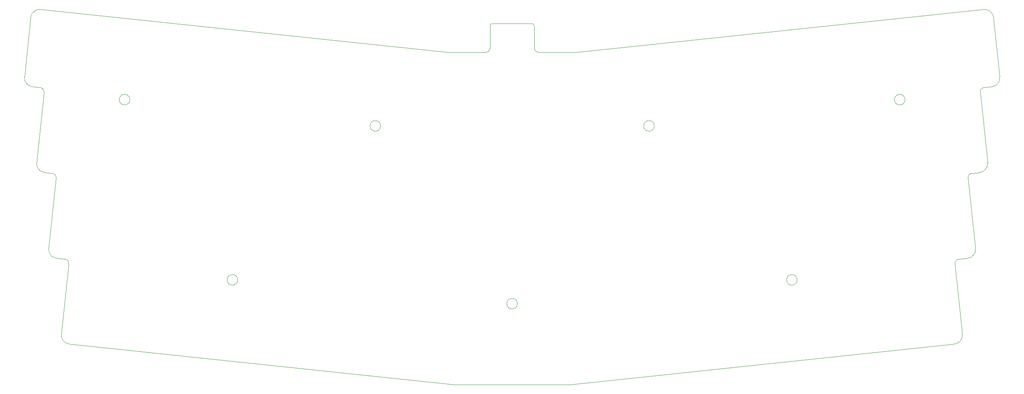
<source format=gbr>
%TF.GenerationSoftware,KiCad,Pcbnew,9.0.2*%
%TF.CreationDate,2025-09-05T14:25:20+08:00*%
%TF.ProjectId,LittleWing,4c697474-6c65-4576-996e-672e6b696361,rev?*%
%TF.SameCoordinates,Original*%
%TF.FileFunction,Profile,NP*%
%FSLAX46Y46*%
G04 Gerber Fmt 4.6, Leading zero omitted, Abs format (unit mm)*
G04 Created by KiCad (PCBNEW 9.0.2) date 2025-09-05 14:25:20*
%MOMM*%
%LPD*%
G01*
G04 APERTURE LIST*
%TA.AperFunction,Profile*%
%ADD10C,0.050000*%
%TD*%
G04 APERTURE END LIST*
D10*
X270911452Y-139383081D02*
X268909083Y-139584187D01*
X64427689Y-139383081D02*
G75*
G02*
X62647621Y-137184971I209011J1989081D01*
G01*
X64427689Y-139383081D02*
X66294167Y-139578221D01*
X67286466Y-158837447D02*
X154629545Y-168018611D01*
X154629545Y-168018611D02*
X180709595Y-168018611D01*
X232272515Y-144291269D02*
G75*
G02*
X229872515Y-144291269I-1200000J0D01*
G01*
X229872515Y-144291269D02*
G75*
G02*
X232272515Y-144291269I1200000J0D01*
G01*
X58580147Y-84761669D02*
X57157415Y-98298062D01*
X273758900Y-101779444D02*
X275436582Y-117741521D01*
X62647702Y-137184980D02*
X64325384Y-121222903D01*
X269696771Y-156645321D02*
X268019089Y-140683244D01*
X162666784Y-86693422D02*
G75*
G02*
X163166784Y-86193384I500016J22D01*
G01*
X61682545Y-119939622D02*
G75*
G02*
X59902580Y-117741523I209055J1989022D01*
G01*
X172166784Y-86193422D02*
G75*
G02*
X172666778Y-86693422I16J-499978D01*
G01*
X168866784Y-149693422D02*
G75*
G02*
X166466784Y-149693422I-1200000J0D01*
G01*
X166466784Y-149693422D02*
G75*
G02*
X168866784Y-149693422I1200000J0D01*
G01*
X199876873Y-109392537D02*
G75*
G02*
X197476873Y-109392537I-1200000J0D01*
G01*
X197476873Y-109392537D02*
G75*
G02*
X199876873Y-109392537I1200000J0D01*
G01*
X173666784Y-92693422D02*
G75*
G02*
X172666778Y-91693422I16J1000022D01*
G01*
X173666784Y-92693422D02*
X182159857Y-92693422D01*
X276758993Y-84761669D02*
X278181725Y-98298062D01*
X60690247Y-100680395D02*
G75*
G02*
X61580206Y-101779440I-104547J-994505D01*
G01*
X63435390Y-120123854D02*
G75*
G02*
X64325444Y-121222909I-104490J-994546D01*
G01*
X172166784Y-86193422D02*
X163166784Y-86193422D01*
X162666784Y-91693422D02*
G75*
G02*
X161666784Y-92693484I-1000084J22D01*
G01*
X272691439Y-137184980D02*
G75*
G02*
X270911447Y-139383036I-1989039J-209020D01*
G01*
X58937402Y-100496163D02*
X60690247Y-100680395D01*
X268019089Y-140683244D02*
G75*
G02*
X268909082Y-139584186I994511J104544D01*
G01*
X274560892Y-82981682D02*
G75*
G02*
X276759005Y-84761668I209008J-1989118D01*
G01*
X58937402Y-100496163D02*
G75*
G02*
X57157431Y-98298064I209098J1989063D01*
G01*
X269696771Y-156645321D02*
G75*
G02*
X267916789Y-158843470I-1989071J-209079D01*
G01*
X60778248Y-82981682D02*
X153179284Y-92693422D01*
X137871784Y-109398422D02*
G75*
G02*
X135471784Y-109398422I-1200000J0D01*
G01*
X135471784Y-109398422D02*
G75*
G02*
X137871784Y-109398422I1200000J0D01*
G01*
X161666784Y-92693422D02*
X153179284Y-92693422D01*
X61682545Y-119939622D02*
X63435390Y-120123854D01*
X162666784Y-86693422D02*
X162666784Y-91693422D01*
X65506479Y-156639347D02*
X67184161Y-140677270D01*
X66294167Y-139578221D02*
G75*
G02*
X67184080Y-140677261I-104567J-994479D01*
G01*
X105471784Y-144298422D02*
G75*
G02*
X103071784Y-144298422I-1200000J0D01*
G01*
X103071784Y-144298422D02*
G75*
G02*
X105471784Y-144298422I1200000J0D01*
G01*
X59902558Y-117741521D02*
X61580241Y-101779444D01*
X271013756Y-121222903D02*
G75*
G02*
X271903751Y-120123861I994544J104503D01*
G01*
X256706873Y-103432537D02*
G75*
G02*
X254306873Y-103432537I-1200000J0D01*
G01*
X254306873Y-103432537D02*
G75*
G02*
X256706873Y-103432537I1200000J0D01*
G01*
X172666784Y-86693422D02*
X172666784Y-91693422D01*
X276401738Y-100496163D02*
X274648894Y-100680395D01*
X271013756Y-121222903D02*
X272691439Y-137184980D01*
X267916784Y-158843422D02*
X180709595Y-168018611D01*
X275436582Y-117741521D02*
G75*
G02*
X273656601Y-119939680I-1989082J-209079D01*
G01*
X67286466Y-158837448D02*
G75*
G02*
X65506454Y-156639344I209034J1989048D01*
G01*
X58580147Y-84761669D02*
G75*
G02*
X60778251Y-82981649I1989053J-209031D01*
G01*
X273758900Y-101779444D02*
G75*
G02*
X274648894Y-100680396I994500J104544D01*
G01*
X81041784Y-103428422D02*
G75*
G02*
X78641784Y-103428422I-1200000J0D01*
G01*
X78641784Y-103428422D02*
G75*
G02*
X81041784Y-103428422I1200000J0D01*
G01*
X273656595Y-119939622D02*
X271903750Y-120123854D01*
X274560892Y-82981682D02*
X182159857Y-92693422D01*
X278181725Y-98298062D02*
G75*
G02*
X276401743Y-100496214I-1989125J-209038D01*
G01*
M02*

</source>
